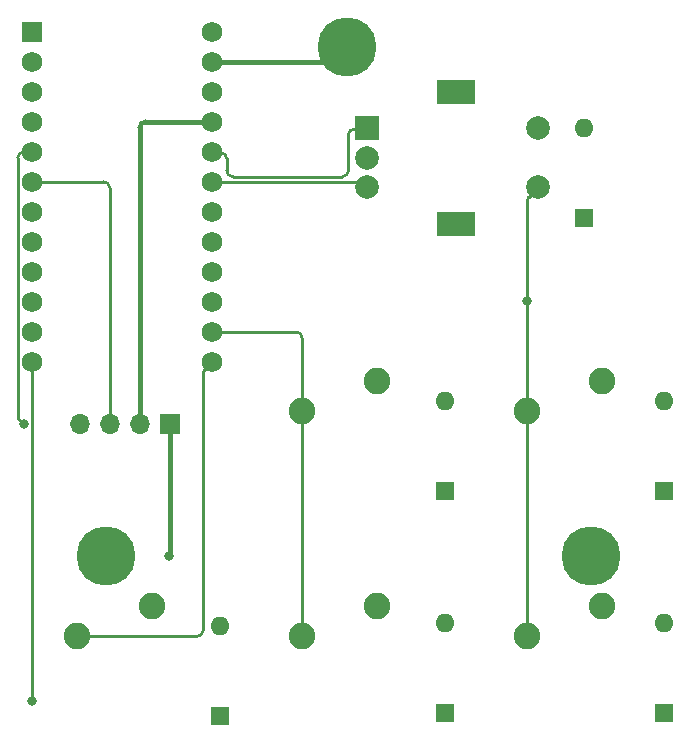
<source format=gbr>
%TF.GenerationSoftware,KiCad,Pcbnew,(6.0.0-rc1-291-g863699f2d1)*%
%TF.CreationDate,2021-12-02T17:31:09-06:00*%
%TF.ProjectId,Kinetic.Pad,4b696e65-7469-4632-9e50-61642e6b6963,rev?*%
%TF.SameCoordinates,Original*%
%TF.FileFunction,Copper,L1,Top*%
%TF.FilePolarity,Positive*%
%FSLAX46Y46*%
G04 Gerber Fmt 4.6, Leading zero omitted, Abs format (unit mm)*
G04 Created by KiCad (PCBNEW (6.0.0-rc1-291-g863699f2d1)) date 2021-12-02 17:31:09*
%MOMM*%
%LPD*%
G01*
G04 APERTURE LIST*
%TA.AperFunction,ComponentPad*%
%ADD10C,2.250000*%
%TD*%
%TA.AperFunction,WasherPad*%
%ADD11R,3.200000X2.000000*%
%TD*%
%TA.AperFunction,ComponentPad*%
%ADD12R,2.000000X2.000000*%
%TD*%
%TA.AperFunction,ComponentPad*%
%ADD13C,2.000000*%
%TD*%
%TA.AperFunction,ComponentPad*%
%ADD14R,1.700000X1.700000*%
%TD*%
%TA.AperFunction,ComponentPad*%
%ADD15O,1.700000X1.700000*%
%TD*%
%TA.AperFunction,ComponentPad*%
%ADD16R,1.752600X1.752600*%
%TD*%
%TA.AperFunction,ComponentPad*%
%ADD17C,1.752600*%
%TD*%
%TA.AperFunction,ComponentPad*%
%ADD18C,5.000000*%
%TD*%
%TA.AperFunction,ComponentPad*%
%ADD19R,1.600000X1.600000*%
%TD*%
%TA.AperFunction,ComponentPad*%
%ADD20O,1.600000X1.600000*%
%TD*%
%TA.AperFunction,ViaPad*%
%ADD21C,0.800000*%
%TD*%
%TA.AperFunction,Conductor*%
%ADD22C,0.250000*%
%TD*%
%TA.AperFunction,Conductor*%
%ADD23C,0.381000*%
%TD*%
G04 APERTURE END LIST*
D10*
%TO.P,MX3,1,COL*%
%TO.N,C2*%
X233680000Y-73660000D03*
%TO.P,MX3,2,ROW*%
%TO.N,Net-(D6-Pad2)*%
X240030000Y-71120000D03*
%TD*%
%TO.P,MX4,1,COL*%
%TO.N,C3*%
X252730000Y-54610000D03*
%TO.P,MX4,2,ROW*%
%TO.N,Net-(D8-Pad2)*%
X259080000Y-52070000D03*
%TD*%
D11*
%TO.P,SW1,*%
%TO.N,*%
X246684800Y-38747000D03*
X246684800Y-27547000D03*
D12*
%TO.P,SW1,A,A*%
%TO.N,A*%
X239184800Y-30647000D03*
D13*
%TO.P,SW1,B,B*%
%TO.N,B*%
X239184800Y-35647000D03*
%TO.P,SW1,C,C*%
%TO.N,GND*%
X239184800Y-33147000D03*
%TO.P,SW1,S1,S1*%
%TO.N,C3*%
X253684800Y-35647000D03*
%TO.P,SW1,S2,S2*%
%TO.N,Net-(D7-Pad2)*%
X253684800Y-30647000D03*
%TD*%
D10*
%TO.P,MX2,1,COL*%
%TO.N,C2*%
X233680000Y-54610000D03*
%TO.P,MX2,2,ROW*%
%TO.N,Net-(D5-Pad2)*%
X240030000Y-52070000D03*
%TD*%
%TO.P,MX5,1,COL*%
%TO.N,C3*%
X252730000Y-73660000D03*
%TO.P,MX5,2,ROW*%
%TO.N,Net-(D9-Pad2)*%
X259080000Y-71120000D03*
%TD*%
D14*
%TO.P,OLED,1,GND*%
%TO.N,GND*%
X222473000Y-55677000D03*
D15*
%TO.P,OLED,2,VCC*%
%TO.N,+5V*%
X219933000Y-55677000D03*
%TO.P,OLED,3,SCL*%
%TO.N,SCL*%
X217393000Y-55677000D03*
%TO.P,OLED,4,SDA*%
%TO.N,SDA*%
X214853000Y-55677000D03*
%TD*%
D16*
%TO.P,U1,1,TX*%
%TO.N,unconnected-(U1-Pad1)*%
X210820000Y-22479000D03*
D17*
%TO.P,U1,2,RX*%
%TO.N,unconnected-(U1-Pad2)*%
X210820000Y-25019000D03*
%TO.P,U1,3,GND*%
%TO.N,GND*%
X210820000Y-27559000D03*
%TO.P,U1,4,GND*%
X210820000Y-30099000D03*
%TO.P,U1,5,SDA*%
%TO.N,SDA*%
X210820000Y-32639000D03*
%TO.P,U1,6,SCL*%
%TO.N,SCL*%
X210820000Y-35179000D03*
%TO.P,U1,7,D4*%
%TO.N,DIN*%
X210820000Y-37719000D03*
%TO.P,U1,8,C6*%
%TO.N,unconnected-(U1-Pad8)*%
X210820000Y-40259000D03*
%TO.P,U1,9,D7*%
%TO.N,unconnected-(U1-Pad9)*%
X210820000Y-42799000D03*
%TO.P,U1,10,E6*%
%TO.N,unconnected-(U1-Pad10)*%
X210820000Y-45339000D03*
%TO.P,U1,11,B4*%
%TO.N,R2*%
X210820000Y-47879000D03*
%TO.P,U1,12,B5*%
%TO.N,R3*%
X210820000Y-50419000D03*
%TO.P,U1,13,B6*%
%TO.N,C1*%
X226060000Y-50419000D03*
%TO.P,U1,14,B2*%
%TO.N,C2*%
X226060000Y-47879000D03*
%TO.P,U1,15,B3*%
%TO.N,C3*%
X226060000Y-45339000D03*
%TO.P,U1,16,B1*%
%TO.N,unconnected-(U1-Pad16)*%
X226060000Y-42799000D03*
%TO.P,U1,17,F7*%
%TO.N,R1*%
X226060000Y-40259000D03*
%TO.P,U1,18,F6*%
%TO.N,unconnected-(U1-Pad18)*%
X226060000Y-37719000D03*
%TO.P,U1,19,F5*%
%TO.N,B*%
X226060000Y-35179000D03*
%TO.P,U1,20,F4*%
%TO.N,A*%
X226060000Y-32639000D03*
%TO.P,U1,21,VCC*%
%TO.N,+5V*%
X226060000Y-30099000D03*
%TO.P,U1,22,RST*%
%TO.N,unconnected-(U1-Pad22)*%
X226060000Y-27559000D03*
%TO.P,U1,23,GND*%
%TO.N,GND*%
X226060000Y-25019000D03*
%TO.P,U1,24,RAW*%
%TO.N,unconnected-(U1-Pad24)*%
X226060000Y-22479000D03*
%TD*%
D10*
%TO.P,MX1,1,COL*%
%TO.N,C1*%
X214630000Y-73660000D03*
%TO.P,MX1,2,ROW*%
%TO.N,Net-(D3-Pad2)*%
X220980000Y-71120000D03*
%TD*%
D18*
%TO.P,H1,1,1*%
%TO.N,GND*%
X237490000Y-23749000D03*
%TD*%
%TO.P,H2,1,1*%
%TO.N,GND*%
X217106500Y-66865500D03*
%TD*%
%TO.P,H3,1,1*%
%TO.N,GND*%
X258127500Y-66865500D03*
%TD*%
D19*
%TO.P,D3,1,K*%
%TO.N,R3*%
X226695000Y-80391000D03*
D20*
%TO.P,D3,2,A*%
%TO.N,Net-(D3-Pad2)*%
X226695000Y-72771000D03*
%TD*%
D19*
%TO.P,D5,1,K*%
%TO.N,R2*%
X245745000Y-61341000D03*
D20*
%TO.P,D5,2,A*%
%TO.N,Net-(D5-Pad2)*%
X245745000Y-53721000D03*
%TD*%
D19*
%TO.P,D6,1,K*%
%TO.N,R3*%
X245745000Y-80137000D03*
D20*
%TO.P,D6,2,A*%
%TO.N,Net-(D6-Pad2)*%
X245745000Y-72517000D03*
%TD*%
D19*
%TO.P,D8,1,K*%
%TO.N,R2*%
X264287000Y-61341000D03*
D20*
%TO.P,D8,2,A*%
%TO.N,Net-(D8-Pad2)*%
X264287000Y-53721000D03*
%TD*%
D19*
%TO.P,D7,1,K*%
%TO.N,R1*%
X257556000Y-38277800D03*
D20*
%TO.P,D7,2,A*%
%TO.N,Net-(D7-Pad2)*%
X257556000Y-30657800D03*
%TD*%
D19*
%TO.P,D9,1,K*%
%TO.N,R3*%
X264287000Y-80137000D03*
D20*
%TO.P,D9,2,A*%
%TO.N,Net-(D9-Pad2)*%
X264287000Y-72517000D03*
%TD*%
D21*
%TO.N,SDA*%
X210095500Y-55650000D03*
%TO.N,GND*%
X222395500Y-66865500D03*
%TO.N,R3*%
X210800000Y-79100000D03*
%TO.N,C3*%
X252730000Y-45240000D03*
%TD*%
D22*
%TO.N,SDA*%
X209619189Y-55177000D02*
X209619189Y-33139000D01*
X210119189Y-32639000D02*
X210820000Y-32639000D01*
X210092189Y-55650000D02*
X209619189Y-55177000D01*
X210095500Y-55650000D02*
X210092189Y-55650000D01*
X210119189Y-32639000D02*
G75*
G03*
X209619189Y-33139000I1J-500001D01*
G01*
%TO.N,SCL*%
X217393000Y-55677000D02*
X217393000Y-35679000D01*
X216893000Y-35179000D02*
X210820000Y-35179000D01*
X216893000Y-35179000D02*
G75*
G02*
X217393000Y-35679000I-1J-500001D01*
G01*
D23*
%TO.N,+5V*%
X219933000Y-30599000D02*
X219933000Y-55677000D01*
X226060000Y-30099000D02*
X220433000Y-30099000D01*
X219933000Y-30599000D02*
G75*
G02*
X220433000Y-30099000I500001J-1D01*
G01*
%TO.N,GND*%
X222473000Y-66788000D02*
X222395500Y-66865500D01*
X226060000Y-25019000D02*
X236220000Y-25019000D01*
X222473000Y-55677000D02*
X222473000Y-66788000D01*
X236220000Y-25019000D02*
X237490000Y-23749000D01*
D22*
%TO.N,R3*%
X210820000Y-50419000D02*
X210820000Y-79080000D01*
X210820000Y-79080000D02*
X210800000Y-79100000D01*
%TO.N,C1*%
X226060000Y-50419000D02*
X225300000Y-51179000D01*
X224800000Y-73660000D02*
X214630000Y-73660000D01*
X225300000Y-51179000D02*
X225300000Y-73160000D01*
X224800000Y-73660000D02*
G75*
G03*
X225300000Y-73160000I-1J500001D01*
G01*
%TO.N,C2*%
X226060000Y-47879000D02*
X233180000Y-47879000D01*
X233680000Y-48379000D02*
X233680000Y-54610000D01*
X233680000Y-54610000D02*
X233680000Y-73660000D01*
X233680000Y-48379000D02*
G75*
G03*
X233180000Y-47879000I-500001J-1D01*
G01*
%TO.N,C3*%
X252876447Y-36455353D02*
X253684800Y-35647000D01*
X252730000Y-54610000D02*
X252730000Y-73660000D01*
X252730000Y-54610000D02*
X252730000Y-45240000D01*
X252730000Y-45240000D02*
X252730000Y-36808907D01*
X252876447Y-36455353D02*
G75*
G03*
X252730000Y-36808907I353550J-353553D01*
G01*
%TO.N,A*%
X239131800Y-30700000D02*
X239184800Y-30647000D01*
X226121000Y-32700000D02*
X226800000Y-32700000D01*
X227300000Y-33200000D02*
X227300000Y-34229480D01*
X227800000Y-34729480D02*
X237100000Y-34729480D01*
X237600000Y-34229480D02*
X237600000Y-31200000D01*
X226060000Y-32639000D02*
X226121000Y-32700000D01*
X238100000Y-30700000D02*
X239131800Y-30700000D01*
X237100000Y-34729480D02*
G75*
G03*
X237600000Y-34229480I-1J500001D01*
G01*
X238100000Y-30700000D02*
G75*
G03*
X237600000Y-31200000I1J-500001D01*
G01*
X227300000Y-33200000D02*
G75*
G03*
X226800000Y-32700000I-500001J-1D01*
G01*
X227300000Y-34229480D02*
G75*
G03*
X227800000Y-34729480I500001J1D01*
G01*
%TO.N,B*%
X226060000Y-35179000D02*
X238716800Y-35179000D01*
X238716800Y-35179000D02*
X239184800Y-35647000D01*
%TD*%
M02*

</source>
